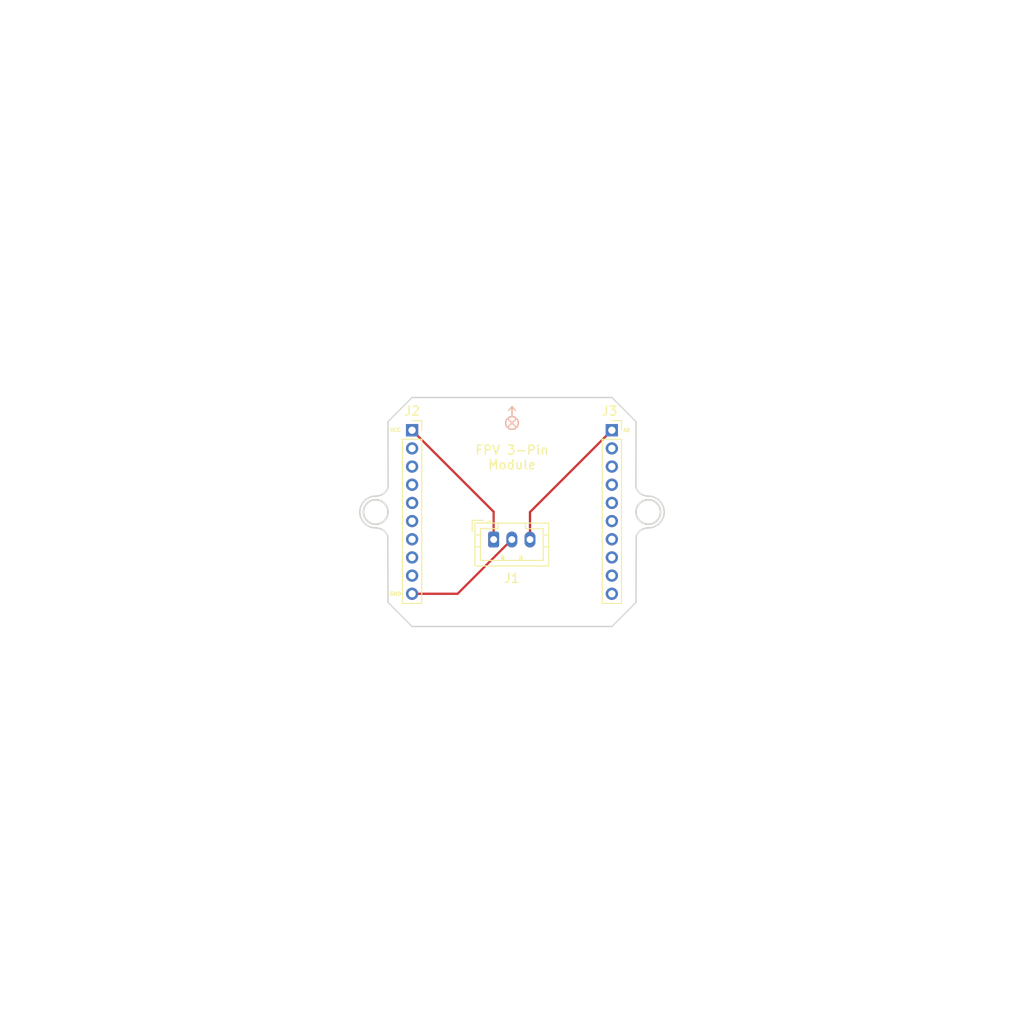
<source format=kicad_pcb>
(kicad_pcb (version 20221018) (generator pcbnew)
  (layers (0 "F.Cu" signal) (31 "B.Cu" signal) (34 "B.Paste" user) (35 "F.Paste" user) (36 "B.SilkS" user "B.Silkscreen") (37 "F.SilkS" user "F.Silkscreen") (38 "B.Mask" user) (39 "F.Mask" user) (44 "Edge.Cuts" user))
  (net 0 "")
  (net 1 "Net-(J1-Pin_1)")
  (net 2 "Net-(J1-Pin_2)")
  (net 3 "Net-(J1-Pin_3)")
  (footprint "Connector_JST:JST_PH_B3B-PH-K_1x03_P2.00mm_Vertical" (layer "F.Cu") (at 139.55 94.16)
    (fp_text reference "J1" (at 1.99 4.26) (layer "F.SilkS"))
    (fp_text value "Conn_01x03_Socket" hide)
    (fp_line (start -2.36 -2.11) (end -2.36 -0.86) (stroke (width 0.12)) (layer "F.SilkS"))
    (fp_line (start -2.06 -1.81) (end -2.06 2.91) (stroke (width 0.12)) (layer "F.SilkS"))
    (fp_line (start -2.06 -0.5) (end -1.45 -0.5) (stroke (width 0.12)) (layer "F.SilkS"))
    (fp_line (start -2.06 0.8) (end -1.45 0.8) (stroke (width 0.12)) (layer "F.SilkS"))
    (fp_line (start -2.06 2.91) (end 6.06 2.91) (stroke (width 0.12)) (layer "F.SilkS"))
    (fp_line (start -1.45 -1.2) (end -1.45 2.3) (stroke (width 0.12)) (layer "F.SilkS"))
    (fp_line (start -1.45 2.3) (end 5.45 2.3) (stroke (width 0.12)) (layer "F.SilkS"))
    (fp_line (start -1.11 -2.11) (end -2.36 -2.11) (stroke (width 0.12)) (layer "F.SilkS"))
    (fp_line (start -0.6 -2.01) (end -0.6 -1.81) (stroke (width 0.12)) (layer "F.SilkS"))
    (fp_line (start -0.3 -2.01) (end -0.6 -2.01) (stroke (width 0.12)) (layer "F.SilkS"))
    (fp_line (start -0.3 -1.91) (end -0.6 -1.91) (stroke (width 0.12)) (layer "F.SilkS"))
    (fp_line (start -0.3 -1.81) (end -0.3 -2.01) (stroke (width 0.12)) (layer "F.SilkS"))
    (fp_line (start 0.5 -1.81) (end 0.5 -1.2) (stroke (width 0.12)) (layer "F.SilkS"))
    (fp_line (start 0.5 -1.2) (end -1.45 -1.2) (stroke (width 0.12)) (layer "F.SilkS"))
    (fp_line (start 0.9 1.8) (end 1.1 1.8) (stroke (width 0.12)) (layer "F.SilkS"))
    (fp_line (start 0.9 2.3) (end 0.9 1.8) (stroke (width 0.12)) (layer "F.SilkS"))
    (fp_line (start 1 2.3) (end 1 1.8) (stroke (width 0.12)) (layer "F.SilkS"))
    (fp_line (start 1.1 1.8) (end 1.1 2.3) (stroke (width 0.12)) (layer "F.SilkS"))
    (fp_line (start 2.9 1.8) (end 3.1 1.8) (stroke (width 0.12)) (layer "F.SilkS"))
    (fp_line (start 2.9 2.3) (end 2.9 1.8) (stroke (width 0.12)) (layer "F.SilkS"))
    (fp_line (start 3 2.3) (end 3 1.8) (stroke (width 0.12)) (layer "F.SilkS"))
    (fp_line (start 3.1 1.8) (end 3.1 2.3) (stroke (width 0.12)) (layer "F.SilkS"))
    (fp_line (start 3.5 -1.2) (end 3.5 -1.81) (stroke (width 0.12)) (layer "F.SilkS"))
    (fp_line (start 5.45 -1.2) (end 3.5 -1.2) (stroke (width 0.12)) (layer "F.SilkS"))
    (fp_line (start 5.45 2.3) (end 5.45 -1.2) (stroke (width 0.12)) (layer "F.SilkS"))
    (fp_line (start 6.06 -1.81) (end -2.06 -1.81) (stroke (width 0.12)) (layer "F.SilkS"))
    (fp_line (start 6.06 -0.5) (end 5.45 -0.5) (stroke (width 0.12)) (layer "F.SilkS"))
    (fp_line (start 6.06 0.8) (end 5.45 0.8) (stroke (width 0.12)) (layer "F.SilkS"))
    (fp_line (start 6.06 2.91) (end 6.06 -1.81) (stroke (width 0.12)) (layer "F.SilkS"))
    (pad "1" thru_hole roundrect (at 0 0) (size 1.2 1.75) (drill 0.75) (layers "*.Cu" "*.Mask") (roundrect_rratio 0.208333) (net 1 "Net-(J1-Pin_1)"))
    (pad "2" thru_hole oval (at 2 0) (size 1.2 1.75) (drill 0.75) (layers "*.Cu" "*.Mask") (net 2 "Net-(J1-Pin_2)"))
    (pad "3" thru_hole oval (at 4 0) (size 1.2 1.75) (drill 0.75) (layers "*.Cu" "*.Mask") (net 3 "Net-(J1-Pin_3)"))
  )
  (footprint "Connector_PinSocket_2.00mm:PinSocket_1x10_P2.00mm_Vertical" (layer "F.Cu") (at 130.5738 82.131)
    (fp_text reference "J2" (at 0.0062 -2.131) (layer "F.SilkS"))
    (fp_text value "Conn_01x10_Socket" hide)
    (fp_line (start -1.06 1) (end -1.06 19.06) (stroke (width 0.12)) (layer "F.SilkS"))
    (fp_line (start -1.06 1) (end 1.06 1) (stroke (width 0.12)) (layer "F.SilkS"))
    (fp_line (start -1.06 19.06) (end 1.06 19.06) (stroke (width 0.12)) (layer "F.SilkS"))
    (fp_line (start 0 -1.06) (end 1.06 -1.06) (stroke (width 0.12)) (layer "F.SilkS"))
    (fp_line (start 1.06 -1.06) (end 1.06 0) (stroke (width 0.12)) (layer "F.SilkS"))
    (fp_line (start 1.06 1) (end 1.06 19.06) (stroke (width 0.12)) (layer "F.SilkS"))
    (pad "1" thru_hole rect (at 0 0) (size 1.35 1.35) (drill 0.8) (layers "*.Cu" "*.Mask") (net 1 "Net-(J1-Pin_1)"))
    (pad "2" thru_hole oval (at 0 2) (size 1.35 1.35) (drill 0.8) (layers "*.Cu" "*.Mask"))
    (pad "3" thru_hole oval (at 0 4) (size 1.35 1.35) (drill 0.8) (layers "*.Cu" "*.Mask"))
    (pad "4" thru_hole oval (at 0 6) (size 1.35 1.35) (drill 0.8) (layers "*.Cu" "*.Mask"))
    (pad "5" thru_hole oval (at 0 8) (size 1.35 1.35) (drill 0.8) (layers "*.Cu" "*.Mask"))
    (pad "6" thru_hole oval (at 0 10) (size 1.35 1.35) (drill 0.8) (layers "*.Cu" "*.Mask"))
    (pad "7" thru_hole oval (at 0 12) (size 1.35 1.35) (drill 0.8) (layers "*.Cu" "*.Mask"))
    (pad "8" thru_hole oval (at 0 14) (size 1.35 1.35) (drill 0.8) (layers "*.Cu" "*.Mask"))
    (pad "9" thru_hole oval (at 0 16) (size 1.35 1.35) (drill 0.8) (layers "*.Cu" "*.Mask"))
    (pad "10" thru_hole oval (at 0 18) (size 1.35 1.35) (drill 0.8) (layers "*.Cu" "*.Mask") (net 2 "Net-(J1-Pin_2)"))
  )
  (footprint "bitcraze:EXP_ORIENTATION" (layer "F.Cu") (at 141.57 81.33 90)
    (fp_text reference "EXP_ORIENTATION" hide)
    (fp_text value "VAL**" hide)
    (fp_line (start 0 0) (end -0.475 -0.475) (stroke (width 0.15)) (layer "B.SilkS"))
    (fp_line (start 0 0) (end -0.475 0.475) (stroke (width 0.15)) (layer "B.SilkS"))
    (fp_line (start 0 0) (end 0.475 -0.475) (stroke (width 0.15)) (layer "B.SilkS"))
    (fp_line (start 0 0) (end 0.475 0.475) (stroke (width 0.15)) (layer "B.SilkS"))
    (fp_line (start 0.7 0) (end 1.8 0) (stroke (width 0.15)) (layer "B.SilkS"))
    (fp_line (start 1.8 0) (end 1.4 -0.35) (stroke (width 0.15)) (layer "B.SilkS"))
    (fp_line (start 1.8 0) (end 1.4 0.35) (stroke (width 0.15)) (layer "B.SilkS"))
    (fp_circle (center 0 0) (end 0.7 0.025) (stroke (width 0.15)) (fill none) (layer "B.SilkS"))
    (fp_line (start 0.7 0) (end 1.8 0) (stroke (width 0.15)) (layer "F.SilkS"))
    (fp_line (start 1.8 0) (end 1.4 -0.35) (stroke (width 0.15)) (layer "F.SilkS"))
    (fp_line (start 1.8 0) (end 1.4 0.35) (stroke (width 0.15)) (layer "F.SilkS"))
    (fp_circle (center 0 0) (end 0.075 0.025) (stroke (width 0.15)) (fill none) (layer "F.SilkS"))
    (fp_circle (center 0 0) (end 0.7 0.025) (stroke (width 0.15)) (fill none) (layer "F.SilkS"))
  )
  (footprint "Connector_PinSocket_2.00mm:PinSocket_1x10_P2.00mm_Vertical" (layer "F.Cu") (at 152.56 82.13)
    (fp_text reference "J3" (at -0.26 -2.12) (layer "F.SilkS"))
    (fp_text value "Conn_01x10_Socket" hide)
    (fp_line (start -1.06 1) (end -1.06 19.06) (stroke (width 0.12)) (layer "F.SilkS"))
    (fp_line (start -1.06 1) (end 1.06 1) (stroke (width 0.12)) (layer "F.SilkS"))
    (fp_line (start -1.06 19.06) (end 1.06 19.06) (stroke (width 0.12)) (layer "F.SilkS"))
    (fp_line (start 0 -1.06) (end 1.06 -1.06) (stroke (width 0.12)) (layer "F.SilkS"))
    (fp_line (start 1.06 -1.06) (end 1.06 0) (stroke (width 0.12)) (layer "F.SilkS"))
    (fp_line (start 1.06 1) (end 1.06 19.06) (stroke (width 0.12)) (layer "F.SilkS"))
    (pad "1" thru_hole rect (at 0 0) (size 1.35 1.35) (drill 0.8) (layers "*.Cu" "*.Mask") (net 3 "Net-(J1-Pin_3)"))
    (pad "2" thru_hole oval (at 0 2) (size 1.35 1.35) (drill 0.8) (layers "*.Cu" "*.Mask"))
    (pad "3" thru_hole oval (at 0 4) (size 1.35 1.35) (drill 0.8) (layers "*.Cu" "*.Mask"))
    (pad "4" thru_hole oval (at 0 6) (size 1.35 1.35) (drill 0.8) (layers "*.Cu" "*.Mask"))
    (pad "5" thru_hole oval (at 0 8) (size 1.35 1.35) (drill 0.8) (layers "*.Cu" "*.Mask"))
    (pad "6" thru_hole oval (at 0 10) (size 1.35 1.35) (drill 0.8) (layers "*.Cu" "*.Mask"))
    (pad "7" thru_hole oval (at 0 12) (size 1.35 1.35) (drill 0.8) (layers "*.Cu" "*.Mask"))
    (pad "8" thru_hole oval (at 0 14) (size 1.35 1.35) (drill 0.8) (layers "*.Cu" "*.Mask"))
    (pad "9" thru_hole oval (at 0 16) (size 1.35 1.35) (drill 0.8) (layers "*.Cu" "*.Mask"))
    (pad "10" thru_hole oval (at 0 18) (size 1.35 1.35) (drill 0.8) (layers "*.Cu" "*.Mask"))
  )
  (gr_line (start 158.068985 90.226924) (end 158.118114 90.314008) (stroke (width 0.15)) (layer "Edge.Cuts"))
  (gr_line (start 125.79956 92.701281) (end 125.890556 92.742717) (stroke (width 0.15)) (layer "Edge.Cuts"))
  (gr_line (start 157.956222 90.061876) (end 158.014962 90.142789) (stroke (width 0.15)) (layer "Edge.Cuts"))
  (gr_circle (center 126.57 91.13) (end 127.92 91.13) (stroke (width 0.2)) (fill none) (layer "Edge.Cuts"))
  (gr_line (start 127.410809 93.151502) (end 127.490012 93.212517) (stroke (width 0.15)) (layer "Edge.Cuts"))
  (gr_line (start 158.014962 90.142789) (end 158.068985 90.226924) (stroke (width 0.15)) (layer "Edge.Cuts"))
  (gr_line (start 155.242983 88.520967) (end 155.287026 88.610724) (stroke (width 0.15)) (layer "Edge.Cuts"))
  (gr_line (start 125.185129 92.199876) (end 125.248492 92.277222) (stroke (width 0.15)) (layer "Edge.Cuts"))
  (gr_line (start 157.954871 92.199876) (end 157.891508 92.277222) (stroke (width 0.15)) (layer "Edge.Cuts"))
  (gr_line (start 126.271467 89.405651) (end 126.173474 89.425515) (stroke (width 0.15)) (layer "Edge.Cuts"))
  (gr_line (start 127.12665 89.269266) (end 127.033021 89.304333) (stroke (width 0.15)) (layer "Edge.Cuts"))
  (gr_line (start 126.57 89.38) (end 126.470054 89.382856) (stroke (width 0.15)) (layer "Edge.Cuts"))
  (gr_line (start 155.205211 88.428396) (end 155.242983 88.520967) (stroke (width 0.15)) (layer "Edge.Cuts"))
  (gr_line (start 125.797574 89.559694) (end 125.709152 89.606372) (stroke (width 0.15)) (layer "Edge.Cuts"))
  (gr_line (start 155.45455 88.858951) (end 155.521312 88.933376) (stroke (width 0.15)) (layer "Edge.Cuts"))
  (gr_line (start 155.669361 89.067609) (end 155.749949 89.126783) (stroke (width 0.15)) (layer "Edge.Cuts"))
  (gr_line (start 125.387939 92.420439) (end 125.463567 92.485842) (stroke (width 0.15)) (layer "Edge.Cuts"))
  (gr_line (start 125.888518 89.518143) (end 125.797574 89.559694) (stroke (width 0.15)) (layer "Edge.Cuts"))
  (gr_line (start 127.92 81.18) (end 128.67 80.43) (stroke (width 0.15)) (layer "Edge.Cuts"))
  (gr_line (start 158.233939 91.672042) (end 158.200266 91.766188) (stroke (width 0.15)) (layer "Edge.Cuts"))
  (gr_line (start 154.47 80.43) (end 152.57 78.53) (stroke (width 0.15)) (layer "Edge.Cuts"))
  (gr_line (start 127.618688 88.933376) (end 127.546972 89.003038) (stroke (width 0.15)) (layer "Edge.Cuts"))
  (gr_line (start 127.813368 93.590636) (end 127.861353 93.678348) (stroke (width 0.15)) (layer "Edge.Cuts"))
  (gr_line (start 157.825373 89.910763) (end 157.892957 89.984449) (stroke (width 0.15)) (layer "Edge.Cuts"))
  (gr_line (start 127.240749 93.046543) (end 127.327589 93.096089) (stroke (width 0.15)) (layer "Edge.Cuts"))
  (gr_line (start 125.126287 92.119037) (end 125.185129 92.199876) (stroke (width 0.15)) (layer "Edge.Cuts"))
  (gr_line (start 125.248492 92.277222) (end 125.316169 92.350823) (stroke (width 0.15)) (layer "Edge.Cuts"))
  (gr_line (start 157.063225 89.450944) (end 157.158314 89.481853) (stroke (width 0.15)) (layer "Edge.Cuts"))
  (gr_line (start 155.22 101.08) (end 154.47 101.83) (stroke (width 0.15)) (layer "Edge.Cuts"))
  (gr_line (start 155.989299 93.003098) (end 155.899251 93.046543) (stroke (width 0.15)) (layer "Edge.Cuts"))
  (gr_line (start 158.285336 90.783413) (end 158.302331 90.881944) (stroke (width 0.15)) (layer "Edge.Cuts"))
  (gr_line (start 158.302016 91.380245) (end 158.284897 91.478755) (stroke (width 0.15)) (layer "Edge.Cuts"))
  (gr_line (start 124.82633 90.981285) (end 124.820683 91.081112) (stroke (width 0.15)) (layer "Edge.Cuts"))
  (gr_line (start 158.284897 91.478755) (end 158.26218 91.576127) (stroke (width 0.15)) (layer "Edge.Cuts"))
  (gr_line (start 157.597192 92.546819) (end 157.514599 92.603172) (stroke (width 0.15)) (layer "Edge.Cuts"))
  (gr_line (start 124.877258 90.686012) (end 124.854664 90.783413) (stroke (width 0.15)) (layer "Edge.Cuts"))
  (gr_line (start 125.314627 89.910763) (end 125.247043 89.984449) (stroke (width 0.15)) (layer "Edge.Cuts"))
  (gr_line (start 158.26218 91.576127) (end 158.233939 91.672042) (stroke (width 0.15)) (layer "Edge.Cuts"))
  (gr_line (start 125.98377 92.778889) (end 126.078898 92.809678) (stroke (width 0.15)) (layer "Edge.Cuts"))
  (gr_line (start 155.393059 88.780117) (end 155.45455 88.858951) (stroke (width 0.15)) (layer "Edge.Cuts"))
  (gr_line (start 158.234622 90.590062) (end 158.262742 90.686012) (stroke (width 0.15)) (layer "Edge.Cuts"))
  (gr_line (start 127.934789 88.428396) (end 127.92 81.18) (stroke (width 0.15)) (layer "Edge.Cuts"))
  (gr_line (start 127.033021 89.304333) (end 126.937204 89.332884) (stroke (width 0.15)) (layer "Edge.Cuts"))
  (gr_line (start 155.922351 89.227851) (end 156.01335 89.269266) (stroke (width 0.15)) (layer "Edge.Cuts"))
  (gr_line (start 127.564822 93.278846) (end 127.634884 93.350172) (stroke (width 0.15)) (layer "Edge.Cuts"))
  (gr_line (start 124.837984 91.380245) (end 124.855103 91.478755) (stroke (width 0.15)) (layer "Edge.Cuts"))
  (gr_line (start 157.430848 89.606372) (end 157.51646 89.658023) (stroke (width 0.15)) (layer "Edge.Cuts"))
  (gr_line (start 127.390051 89.126783) (end 127.305588 89.180281) (stroke (width 0.15)) (layer "Edge.Cuts"))
  (gr_line (start 156.498807 89.378256) (end 156.57 89.38) (stroke (width 0.15)) (layer "Edge.Cuts"))
  (gr_line (start 156.57217 92.879999) (end 156.472254 92.88357) (stroke (width 0.15)) (layer "Edge.Cuts"))
  (gr_line (start 125.183778 90.061876) (end 125.125038 90.142789) (stroke (width 0.15)) (layer "Edge.Cuts"))
  (gr_circle (center 156.57 91.13) (end 157.92 91.13) (stroke (width 0.2)) (fill none) (layer "Edge.Cuts"))
  (gr_line (start 127.852974 88.610724) (end 127.80287 88.697244) (stroke (width 0.15)) (layer "Edge.Cuts"))
  (gr_line (start 158.118114 90.314008) (end 158.16219 90.403755) (stroke (width 0.15)) (layer "Edge.Cuts"))
  (gr_line (start 125.247043 89.984449) (end 125.183778 90.061876) (stroke (width 0.15)) (layer "Edge.Cuts"))
  (gr_line (start 125.461854 89.775557) (end 125.386309 89.841056) (stroke (width 0.15)) (layer "Edge.Cuts"))
  (gr_line (start 157.249444 92.742717) (end 157.15623 92.778889) (stroke (width 0.15)) (layer "Edge.Cuts"))
  (gr_line (start 157.15623 92.778889) (end 157.061102 92.809678) (stroke (width 0.15)) (layer "Edge.Cuts"))
  (gr_line (start 125.386309 89.841056) (end 125.314627 89.910763) (stroke (width 0.15)) (layer "Edge.Cuts"))
  (gr_line (start 124.939734 91.766188) (end 124.978729 91.858256) (stroke (width 0.15)) (layer "Edge.Cuts"))
  (gr_line (start 126.937204 89.332884) (end 126.839652 89.354785) (stroke (width 0.15)) (layer "Edge.Cuts"))
  (gr_line (start 157.51646 89.658023) (end 157.598982 89.71448) (stroke (width 0.15)) (layer "Edge.Cuts"))
  (gr_line (start 157.428922 92.654715) (end 157.34044 92.701281) (stroke (width 0.15)) (layer "Edge.Cuts"))
  (gr_line (start 124.978729 91.858256) (end 125.022918 91.947948) (stroke (width 0.15)) (layer "Edge.Cuts"))
  (gr_line (start 126.56783 92.879999) (end 126.667746 92.88357) (stroke (width 0.15)) (layer "Edge.Cuts"))
  (gr_line (start 127.057874 92.965963) (end 127.150701 93.003098) (stroke (width 0.15)) (layer "Edge.Cuts"))
  (gr_line (start 156.372821 92.894017) (end 156.274344 92.911292) (stroke (width 0.15)) (layer "Edge.Cuts"))
  (gr_line (start 156.177292 92.935312) (end 156.082126 92.965963) (stroke (width 0.15)) (layer "Edge.Cuts"))
  (gr_line (start 157.892957 89.984449) (end 157.956222 90.061876) (stroke (width 0.15)) (layer "Edge.Cuts"))
  (gr_line (start 158.31367 90.981285) (end 158.319317 91.081112) (stroke (width 0.15)) (layer "Edge.Cuts"))
  (gr_line (start 124.938931 90.495873) (end 124.905378 90.590062) (stroke (width 0.15)) (layer "Edge.Cuts"))
  (gr_line (start 126.370435 89.391416) (end 126.271467 89.405651) (stroke (width 0.15)) (layer "Edge.Cuts"))
  (gr_line (start 127.68545 88.858951) (end 127.618688 88.933376) (stroke (width 0.15)) (layer "Edge.Cuts"))
  (gr_line (start 156.399174 89.369933) (end 156.498807 89.378256) (stroke (width 0.15)) (layer "Edge.Cuts"))
  (gr_line (start 155.22 81.18) (end 154.47 80.43) (stroke (width 0.15)) (layer "Edge.Cuts"))
  (gr_line (start 124.826519 91.280918) (end 124.837984 91.380245) (stroke (width 0.15)) (layer "Edge.Cuts"))
  (gr_line (start 157.514599 92.603172) (end 157.428922 92.654715) (stroke (width 0.15)) (layer "Edge.Cuts"))
  (gr_line (start 158.013713 92.119037) (end 157.954871 92.199876) (stroke (width 0.15)) (layer "Edge.Cuts"))
  (gr_line (start 156.202796 89.332884) (end 156.300348 89.354785) (stroke (width 0.15)) (layer "Edge.Cuts"))
  (gr_line (start 156.106979 89.304333) (end 156.202796 89.332884) (stroke (width 0.15)) (layer "Edge.Cuts"))
  (gr_line (start 155.575178 93.278846) (end 155.505116 93.350172) (stroke (width 0.15)) (layer "Edge.Cuts"))
  (gr_line (start 125.072158 92.03497) (end 125.126287 92.119037) (stroke (width 0.15)) (layer "Edge.Cuts"))
  (gr_line (start 127.934789 88.428396) (end 127.897017 88.520967) (stroke (width 0.15)) (layer "Edge.Cuts"))
  (gr_line (start 156.866353 92.854725) (end 156.767367 92.868835) (stroke (width 0.15)) (layer "Edge.Cuts"))
  (gr_line (start 124.820683 91.081112) (end 124.820746 91.181099) (stroke (width 0.15)) (layer "Edge.Cuts"))
  (gr_line (start 157.342426 89.559694) (end 157.430848 89.606372) (stroke (width 0.15)) (layer "Edge.Cuts"))
  (gr_line (start 124.87782 91.576127) (end 124.906061 91.672042) (stroke (width 0.15)) (layer "Edge.Cuts"))
  (gr_line (start 125.981686 89.481853) (end 125.888518 89.518143) (stroke (width 0.15)) (layer "Edge.Cuts"))
  (gr_line (start 126.076775 89.450944) (end 125.981686 89.481853) (stroke (width 0.15)) (layer "Edge.Cuts"))
  (gr_line (start 125.021886 90.314008) (end 124.97781 90.403755) (stroke (width 0.15)) (layer "Edge.Cuts"))
  (gr_line (start 155.729191 93.151502) (end 155.649988 93.212517) (stroke (width 0.15)) (layer "Edge.Cuts"))
  (gr_line (start 125.125038 90.142789) (end 125.071015 90.226924) (stroke (width 0.15)) (layer "Edge.Cuts"))
  (gr_line (start 126.641193 89.378256) (end 126.57 89.38) (stroke (width 0.15)) (layer "Edge.Cuts"))
  (gr_line (start 157.251482 89.518143) (end 157.342426 89.559694) (stroke (width 0.15)) (layer "Edge.Cuts"))
  (gr_line (start 155.380547 93.506438) (end 155.326632 93.590636) (stroke (width 0.15)) (layer "Edge.Cuts"))
  (gr_line (start 125.709152 89.606372) (end 125.62354 89.658023) (stroke (width 0.15)) (layer "Edge.Cuts"))
  (gr_line (start 126.839652 89.354785) (end 126.740826 89.369933) (stroke (width 0.15)) (layer "Edge.Cuts"))
  (gr_line (start 130.57 78.53) (end 150.77 78.53) (stroke (width 0.15)) (layer "Edge.Cuts"))
  (gr_line (start 156.01335 89.269266) (end 156.106979 89.304333) (stroke (width 0.15)) (layer "Edge.Cuts"))
  (gr_line (start 127.92 101.08) (end 128.67 101.83) (stroke (width 0.15)) (layer "Edge.Cuts"))
  (gr_line (start 156.274344 92.911292) (end 156.177292 92.935312) (stroke (width 0.15)) (layer "Edge.Cuts"))
  (gr_line (start 156.868533 89.405651) (end 156.966526 89.425515) (stroke (width 0.15)) (layer "Edge.Cuts"))
  (gr_line (start 126.175628 92.834985) (end 126.273647 92.854725) (stroke (width 0.15)) (layer "Edge.Cuts"))
  (gr_line (start 156.966526 89.425515) (end 157.063225 89.450944) (stroke (width 0.15)) (layer "Edge.Cuts"))
  (gr_line (start 157.158314 89.481853) (end 157.251482 89.518143) (stroke (width 0.15)) (layer "Edge.Cuts"))
  (gr_line (start 125.542808 92.546819) (end 125.625401 92.603172) (stroke (width 0.15)) (layer "Edge.Cuts"))
  (gr_line (start 155.521312 88.933376) (end 155.593028 89.003038) (stroke (width 0.15)) (layer "Edge.Cuts"))
  (gr_line (start 154.47 101.83) (end 152.57 103.73) (stroke (width 0.15)) (layer "Edge.Cuts"))
  (gr_line (start 127.327589 93.096089) (end 127.410809 93.151502) (stroke (width 0.15)) (layer "Edge.Cuts"))
  (gr_line (start 124.820746 91.181099) (end 124.826519 91.280918) (stroke (width 0.15)) (layer "Edge.Cuts"))
  (gr_line (start 157.598982 89.71448) (end 157.678146 89.775557) (stroke (width 0.15)) (layer "Edge.Cuts"))
  (gr_line (start 126.173474 89.425515) (end 126.076775 89.450944) (stroke (width 0.15)) (layer "Edge.Cuts"))
  (gr_line (start 125.625401 92.603172) (end 125.711078 92.654715) (stroke (width 0.15)) (layer "Edge.Cuts"))
  (gr_line (start 127.150701 93.003098) (end 127.240749 93.046543) (stroke (width 0.15)) (layer "Edge.Cuts"))
  (gr_line (start 125.62354 89.658023) (end 125.541018 89.71448) (stroke (width 0.15)) (layer "Edge.Cuts"))
  (gr_line (start 158.201069 90.495873) (end 158.234622 90.590062) (stroke (width 0.15)) (layer "Edge.Cuts"))
  (gr_line (start 124.905378 90.590062) (end 124.877258 90.686012) (stroke (width 0.15)) (layer "Edge.Cuts"))
  (gr_line (start 125.022918 91.947948) (end 125.072158 92.03497) (stroke (width 0.15)) (layer "Edge.Cuts"))
  (gr_line (start 127.80287 88.697244) (end 127.746941 88.780117) (stroke (width 0.15)) (layer "Edge.Cuts"))
  (gr_line (start 156.667737 92.877269) (end 156.57217 92.879999) (stroke (width 0.15)) (layer "Edge.Cuts"))
  (gr_line (start 158.262742 90.686012) (end 158.285336 90.783413) (stroke (width 0.15)) (layer "Edge.Cuts"))
  (gr_line (start 128.67 80.43) (end 130.57 78.53) (stroke (width 0.15)) (layer "Edge.Cuts"))
  (gr_line (start 157.891508 92.277222) (end 157.823831 92.350823) (stroke (width 0.15)) (layer "Edge.Cuts"))
  (gr_line (start 155.205211 88.428396) (end 155.22 81.18) (stroke (width 0.15)) (layer "Edge.Cuts"))
  (gr_line (start 125.463567 92.485842) (end 125.542808 92.546819) (stroke (width 0.15)) (layer "Edge.Cuts"))
  (gr_line (start 125.711078 92.654715) (end 125.79956 92.701281) (stroke (width 0.15)) (layer "Edge.Cuts"))
  (gr_line (start 124.906061 91.672042) (end 124.939734 91.766188) (stroke (width 0.15)) (layer "Edge.Cuts"))
  (gr_line (start 156.769565 89.391416) (end 156.868533 89.405651) (stroke (width 0.15)) (layer "Edge.Cuts"))
  (gr_line (start 127.490012 93.212517) (end 127.564822 93.278846) (stroke (width 0.15)) (layer "Edge.Cuts"))
  (gr_line (start 125.890556 92.742717) (end 125.98377 92.778889) (stroke (width 0.15)) (layer "Edge.Cuts"))
  (gr_line (start 127.746941 88.780117) (end 127.68545 88.858951) (stroke (width 0.15)) (layer "Edge.Cuts"))
  (gr_line (start 156.57 89.38) (end 156.669946 89.382856) (stroke (width 0.15)) (layer "Edge.Cuts"))
  (gr_line (start 126.470054 89.382856) (end 126.370435 89.391416) (stroke (width 0.15)) (layer "Edge.Cuts"))
  (gr_line (start 155.287026 88.610724) (end 155.33713 88.697244) (stroke (width 0.15)) (layer "Edge.Cuts"))
  (gr_line (start 156.57217 92.879999) (end 156.57217 92.879999) (stroke (width 0.15)) (layer "Edge.Cuts"))
  (gr_line (start 158.067842 92.03497) (end 158.013713 92.119037) (stroke (width 0.15)) (layer "Edge.Cuts"))
  (gr_line (start 155.278647 93.678348) (end 155.236821 93.769159) (stroke (width 0.15)) (layer "Edge.Cuts"))
  (gr_line (start 126.472263 92.877269) (end 126.56783 92.879999) (stroke (width 0.15)) (layer "Edge.Cuts"))
  (gr_line (start 158.117082 91.947948) (end 158.067842 92.03497) (stroke (width 0.15)) (layer "Edge.Cuts"))
  (gr_line (start 126.273647 92.854725) (end 126.372633 92.868835) (stroke (width 0.15)) (layer "Edge.Cuts"))
  (gr_line (start 124.854664 90.783413) (end 124.837669 90.881944) (stroke (width 0.15)) (layer "Edge.Cuts"))
  (gr_line (start 152.57 78.53) (end 150.77 78.53) (stroke (width 0.15)) (layer "Edge.Cuts"))
  (gr_line (start 126.078898 92.809678) (end 126.175628 92.834985) (stroke (width 0.15)) (layer "Edge.Cuts"))
  (gr_line (start 128.67 101.83) (end 130.57 103.73) (stroke (width 0.15)) (layer "Edge.Cuts"))
  (gr_line (start 125.316169 92.350823) (end 125.387939 92.420439) (stroke (width 0.15)) (layer "Edge.Cuts"))
  (gr_line (start 155.593028 89.003038) (end 155.669361 89.067609) (stroke (width 0.15)) (layer "Edge.Cuts"))
  (gr_line (start 155.749949 89.126783) (end 155.834412 89.180281) (stroke (width 0.15)) (layer "Edge.Cuts"))
  (gr_line (start 124.97781 90.403755) (end 124.938931 90.495873) (stroke (width 0.15)) (layer "Edge.Cuts"))
  (gr_line (start 157.678146 89.775557) (end 157.753691 89.841056) (stroke (width 0.15)) (layer "Edge.Cuts"))
  (gr_line (start 155.440137 93.426157) (end 155.380547 93.506438) (stroke (width 0.15)) (layer "Edge.Cuts"))
  (gr_line (start 157.753691 89.841056) (end 157.825373 89.910763) (stroke (width 0.15)) (layer "Edge.Cuts"))
  (gr_line (start 158.319317 91.081112) (end 158.319254 91.181099) (stroke (width 0.15)) (layer "Edge.Cuts"))
  (gr_line (start 158.161271 91.858256) (end 158.117082 91.947948) (stroke (width 0.15)) (layer "Edge.Cuts"))
  (gr_line (start 155.33713 88.697244) (end 155.393059 88.780117) (stroke (width 0.15)) (layer "Edge.Cuts"))
  (gr_line (start 126.740826 89.369933) (end 126.641193 89.378256) (stroke (width 0.15)) (layer "Edge.Cuts"))
  (gr_line (start 127.861353 93.678348) (end 127.903179 93.769159) (stroke (width 0.15)) (layer "Edge.Cuts"))
  (gr_line (start 127.634884 93.350172) (end 127.699863 93.426157) (stroke (width 0.15)) (layer "Edge.Cuts"))
  (gr_line (start 126.372633 92.868835) (end 126.472263 92.877269) (stroke (width 0.15)) (layer "Edge.Cuts"))
  (gr_line (start 155.812411 93.096089) (end 155.729191 93.151502) (stroke (width 0.15)) (layer "Edge.Cuts"))
  (gr_line (start 156.767367 92.868835) (end 156.667737 92.877269) (stroke (width 0.15)) (layer "Edge.Cuts"))
  (gr_line (start 158.16219 90.403755) (end 158.201069 90.495873) (stroke (width 0.15)) (layer "Edge.Cuts"))
  (gr_line (start 127.305588 89.180281) (end 127.217649 89.227851) (stroke (width 0.15)) (layer "Edge.Cuts"))
  (gr_line (start 127.903179 93.769159) (end 127.92 101.08) (stroke (width 0.15)) (layer "Edge.Cuts"))
  (gr_line (start 152.57 103.73) (end 130.57 103.73) (stroke (width 0.15)) (layer "Edge.Cuts"))
  (gr_line (start 157.823831 92.350823) (end 157.752061 92.420439) (stroke (width 0.15)) (layer "Edge.Cuts"))
  (gr_line (start 127.470639 89.067609) (end 127.390051 89.126783) (stroke (width 0.15)) (layer "Edge.Cuts"))
  (gr_line (start 127.217649 89.227851) (end 127.12665 89.269266) (stroke (width 0.15)) (layer "Edge.Cuts"))
  (gr_line (start 124.837669 90.881944) (end 124.82633 90.981285) (stroke (width 0.15)) (layer "Edge.Cuts"))
  (gr_line (start 127.897017 88.520967) (end 127.852974 88.610724) (stroke (width 0.15)) (layer "Edge.Cuts"))
  (gr_line (start 125.541018 89.71448) (end 125.461854 89.775557) (stroke (width 0.15)) (layer "Edge.Cuts"))
  (gr_line (start 156.964372 92.834985) (end 156.866353 92.854725) (stroke (width 0.15)) (layer "Edge.Cuts"))
  (gr_line (start 156.669946 89.382856) (end 156.769565 89.391416) (stroke (width 0.15)) (layer "Edge.Cuts"))
  (gr_line (start 157.752061 92.420439) (end 157.676433 92.485842) (stroke (width 0.15)) (layer "Edge.Cuts"))
  (gr_line (start 155.505116 93.350172) (end 155.440137 93.426157) (stroke (width 0.15)) (layer "Edge.Cuts"))
  (gr_line (start 125.071015 90.226924) (end 125.021886 90.314008) (stroke (width 0.15)) (layer "Edge.Cuts"))
  (gr_line (start 126.962708 92.935312) (end 127.057874 92.965963) (stroke (width 0.15)) (layer "Edge.Cuts"))
  (gr_line (start 158.313481 91.280918) (end 158.302016 91.380245) (stroke (width 0.15)) (layer "Edge.Cuts"))
  (gr_line (start 126.667746 92.88357) (end 126.767179 92.894017) (stroke (width 0.15)) (layer "Edge.Cuts"))
  (gr_line (start 127.546972 89.003038) (end 127.470639 89.067609) (stroke (width 0.15)) (layer "Edge.Cuts"))
  (gr_line (start 124.855103 91.478755) (end 124.87782 91.576127) (stroke (width 0.15)) (layer "Edge.Cuts"))
  (gr_line (start 156.082126 92.965963) (end 155.989299 93.003098) (stroke (width 0.15)) (layer "Edge.Cuts"))
  (gr_line (start 158.200266 91.766188) (end 158.161271 91.858256) (stroke (width 0.15)) (layer "Edge.Cuts"))
  (gr_line (start 155.236821 93.769159) (end 155.22 101.08) (stroke (width 0.15)) (layer "Edge.Cuts"))
  (gr_line (start 157.34044 92.701281) (end 157.249444 92.742717) (stroke (width 0.15)) (layer "Edge.Cuts"))
  (gr_line (start 155.899251 93.046543) (end 155.812411 93.096089) (stroke (width 0.15)) (layer "Edge.Cuts"))
  (gr_line (start 126.865656 92.911292) (end 126.962708 92.935312) (stroke (width 0.15)) (layer "Edge.Cuts"))
  (gr_line (start 155.834412 89.180281) (end 155.922351 89.227851) (stroke (width 0.15)) (layer "Edge.Cuts"))
  (gr_line (start 158.302331 90.881944) (end 158.31367 90.981285) (stroke (width 0.15)) (layer "Edge.Cuts"))
  (gr_line (start 127.759453 93.506438) (end 127.813368 93.590636) (stroke (width 0.15)) (layer "Edge.Cuts"))
  (gr_line (start 155.326632 93.590636) (end 155.278647 93.678348) (stroke (width 0.15)) (layer "Edge.Cuts"))
  (gr_line (start 157.676433 92.485842) (end 157.597192 92.546819) (stroke (width 0.15)) (layer "Edge.Cuts"))
  (gr_line (start 158.319254 91.181099) (end 158.313481 91.280918) (stroke (width 0.15)) (layer "Edge.Cuts"))
  (gr_line (start 155.649988 93.212517) (end 155.575178 93.278846) (stroke (width 0.15)) (layer "Edge.Cuts"))
  (gr_line (start 127.699863 93.426157) (end 127.759453 93.506438) (stroke (width 0.15)) (layer "Edge.Cuts"))
  (gr_line (start 156.300348 89.354785) (end 156.399174 89.369933) (stroke (width 0.15)) (layer "Edge.Cuts"))
  (gr_line (start 126.767179 92.894017) (end 126.865656 92.911292) (stroke (width 0.15)) (layer "Edge.Cuts"))
  (gr_line (start 157.061102 92.809678) (end 156.964372 92.834985) (stroke (width 0.15)) (layer "Edge.Cuts"))
  (gr_line (start 156.472254 92.88357) (end 156.372821 92.894017) (stroke (width 0.15)) (layer "Edge.Cuts"))
  (gr_text "A0" (at 154.1902 82.1308) (layer "F.SilkS") (effects (font (size 0.4 0.4) (thickness 0.1) bold)))
  (gr_text "GND" (at 128.7502 100.1308) (layer "F.SilkS") (effects (font (size 0.4 0.4) (thickness 0.1) bold)))
  (gr_text "VCC" (at 128.7502 82.1108) (layer "F.SilkS") (effects (font (size 0.4 0.4) (thickness 0.1) bold)))
  (gr_text "FPV 3-Pin\nModule" (at 141.563 85.1188) (layer "F.SilkS") (effects (font (size 1 1))))
  (segment (start 139.55 91.1072) (end 130.5738 82.131) (width 0.25) (layer "F.Cu") (net 1))
  (segment (start 139.55 94.16) (end 139.55 91.1072) (width 0.25) (layer "F.Cu") (net 1))
  (segment (start 141.55 94.16) (end 135.579 100.131) (width 0.25) (layer "F.Cu") (net 2))
  (segment (start 135.579 100.131) (end 130.5738 100.131) (width 0.25) (layer "F.Cu") (net 2))
  (segment (start 143.55 94.16) (end 143.55 91.14) (width 0.25) (layer "F.Cu") (net 3))
  (segment (start 143.55 91.14) (end 152.56 82.13) (width 0.25) (layer "F.Cu") (net 3))
)
</source>
